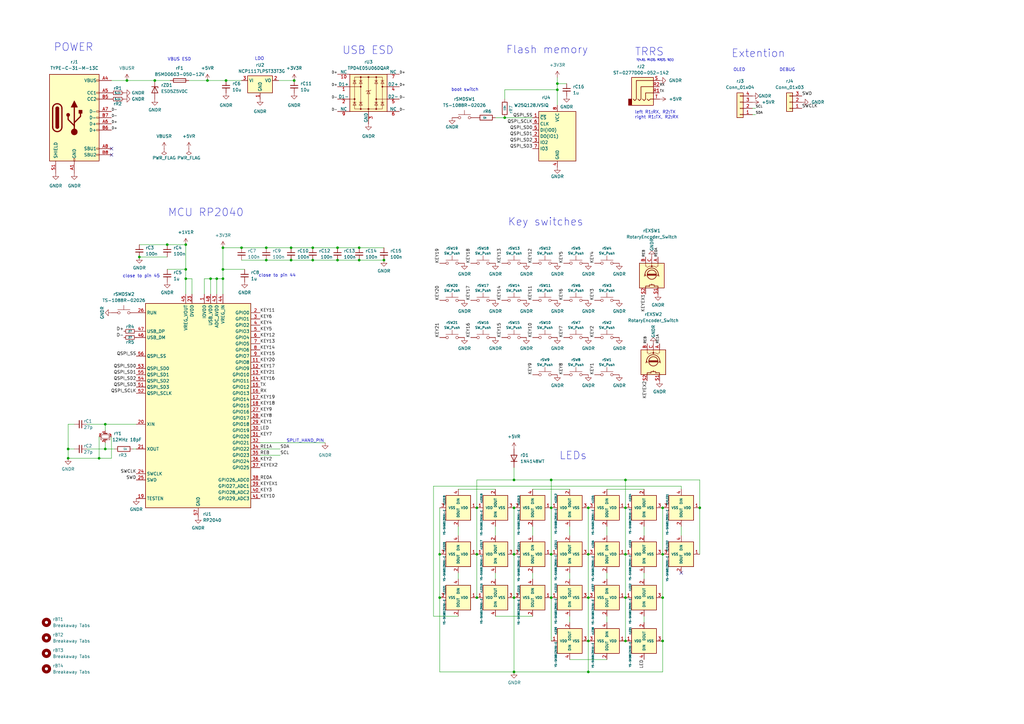
<source format=kicad_sch>
(kicad_sch (version 20230121) (generator eeschema)
  (paper "A3")
  (title_block (title "Corne Right") (date "2023-10-07") (rev "4.0.0") (company "foostan"))
  (junction (at 27.94 184.15))
  (junction (at 228.6 36.83))
  (junction (at 180.34 245.11))
  (junction (at 226.06 227.33))
  (junction (at 210.82 245.11))
  (junction (at 91.44 114.3))
  (junction (at 241.3 227.33))
  (junction (at 256.54 196.85))
  (junction (at 256.54 227.33))
  (junction (at 128.27 101.6))
  (junction (at 40.64 187.96))
  (junction (at 195.58 208.28))
  (junction (at 43.18 184.15))
  (junction (at 226.06 245.11))
  (junction (at 271.78 262.89))
  (junction (at 271.78 245.11))
  (junction (at 256.54 262.89))
  (junction (at 157.48 106.68))
  (junction (at 91.44 110.49))
  (junction (at 76.2 100.33))
  (junction (at 241.3 245.11))
  (junction (at 92.71 33.02))
  (junction (at 228.6 34.29))
  (junction (at 210.82 196.85))
  (junction (at 57.15 105.41))
  (junction (at 27.94 187.96))
  (junction (at 99.06 101.6))
  (junction (at 88.9 114.3))
  (junction (at 138.43 106.68))
  (junction (at 271.78 208.28))
  (junction (at 52.07 33.02))
  (junction (at 226.06 196.85))
  (junction (at 109.22 101.6))
  (junction (at 120.65 33.02))
  (junction (at 210.82 227.33))
  (junction (at 241.3 208.28))
  (junction (at 128.27 106.68))
  (junction (at 207.01 48.26))
  (junction (at 256.54 208.28))
  (junction (at 119.38 106.68))
  (junction (at 86.36 114.3))
  (junction (at 109.22 106.68))
  (junction (at 68.58 100.33))
  (junction (at 76.2 114.3))
  (junction (at 91.44 101.6))
  (junction (at 287.02 208.28))
  (junction (at 241.3 262.89))
  (junction (at 85.09 33.02))
  (junction (at 256.54 245.11))
  (junction (at 210.82 275.59))
  (junction (at 226.06 208.28))
  (junction (at 63.5 33.02))
  (junction (at 241.3 275.59))
  (junction (at 119.38 101.6))
  (junction (at 147.32 101.6))
  (junction (at 43.18 173.99))
  (junction (at 195.58 245.11))
  (junction (at 180.34 227.33))
  (junction (at 147.32 106.68))
  (junction (at 195.58 227.33))
  (junction (at 210.82 208.28))
  (junction (at 271.78 227.33))
  (junction (at 76.2 110.49))
  (junction (at 138.43 101.6))
  (no_connect (at 45.72 63.5))
  (no_connect (at 279.4 234.95))
  (no_connect (at 45.72 60.96))
  (wire (pts (xy 91.44 101.6) (xy 99.06 101.6)))
  (wire (pts (xy 241.3 208.28) (xy 241.3 227.33)))
  (wire (pts (xy 106.68 186.69) (xy 114.935 186.69)))
  (wire (pts (xy 138.43 101.6) (xy 147.32 101.6)))
  (wire (pts (xy 83.82 114.3) (xy 86.36 114.3)))
  (wire (pts (xy 85.09 33.02) (xy 92.71 33.02)))
  (wire (pts (xy 210.82 227.33) (xy 210.82 245.11)))
  (wire (pts (xy 27.94 187.96) (xy 40.64 187.96)))
  (wire (pts (xy 241.3 262.89) (xy 241.3 275.59)))
  (wire (pts (xy 210.82 196.85) (xy 195.58 196.85)))
  (wire (pts (xy 180.34 245.11) (xy 180.34 275.59)))
  (wire (pts (xy 27.94 173.99) (xy 27.94 184.15)))
  (wire (pts (xy 147.32 106.68) (xy 157.48 106.68)))
  (wire (pts (xy 138.43 106.68) (xy 147.32 106.68)))
  (wire (pts (xy 256.54 227.33) (xy 256.54 245.11)))
  (wire (pts (xy 30.48 173.99) (xy 27.94 173.99)))
  (wire (pts (xy 226.06 245.11) (xy 226.06 262.89)))
  (wire (pts (xy 264.16 234.95) (xy 264.16 237.49)))
  (wire (pts (xy 106.68 181.61) (xy 133.35 181.61)))
  (wire (pts (xy 177.8 199.39) (xy 279.4 199.39)))
  (wire (pts (xy 114.3 33.02) (xy 120.65 33.02)))
  (wire (pts (xy 271.78 275.59) (xy 241.3 275.59)))
  (wire (pts (xy 43.18 184.15) (xy 43.18 181.61)))
  (wire (pts (xy 86.36 114.3) (xy 86.36 120.65)))
  (wire (pts (xy 233.68 252.73) (xy 233.68 255.27)))
  (wire (pts (xy 248.92 215.9) (xy 248.92 219.71)))
  (wire (pts (xy 180.34 208.28) (xy 180.34 227.33)))
  (wire (pts (xy 119.38 101.6) (xy 128.27 101.6)))
  (wire (pts (xy 218.44 234.95) (xy 218.44 237.49)))
  (wire (pts (xy 109.22 106.68) (xy 119.38 106.68)))
  (wire (pts (xy 68.58 110.49) (xy 76.2 110.49)))
  (wire (pts (xy 35.56 184.15) (xy 43.18 184.15)))
  (wire (pts (xy 76.2 110.49) (xy 76.2 114.3)))
  (wire (pts (xy 210.82 275.59) (xy 241.3 275.59)))
  (wire (pts (xy 91.44 114.3) (xy 88.9 114.3)))
  (wire (pts (xy 63.5 33.02) (xy 69.85 33.02)))
  (wire (pts (xy 226.06 196.85) (xy 256.54 196.85)))
  (wire (pts (xy 76.2 100.33) (xy 76.2 110.49)))
  (wire (pts (xy 271.78 245.11) (xy 271.78 262.89)))
  (wire (pts (xy 91.44 120.65) (xy 91.44 114.3)))
  (wire (pts (xy 228.6 36.83) (xy 207.01 36.83)))
  (wire (pts (xy 91.44 101.6) (xy 91.44 110.49)))
  (wire (pts (xy 279.4 199.39) (xy 279.4 200.66)))
  (wire (pts (xy 43.18 176.53) (xy 43.18 173.99)))
  (wire (pts (xy 99.06 106.68) (xy 109.22 106.68)))
  (wire (pts (xy 233.68 237.49) (xy 233.68 234.95)))
  (wire (pts (xy 233.68 200.66) (xy 218.44 200.66)))
  (wire (pts (xy 256.54 245.11) (xy 256.54 262.89)))
  (wire (pts (xy 309.88 46.99) (xy 308.61 46.99)))
  (wire (pts (xy 27.94 184.15) (xy 30.48 184.15)))
  (wire (pts (xy 287.02 208.28) (xy 287.02 227.33)))
  (wire (pts (xy 241.3 227.33) (xy 241.3 245.11)))
  (wire (pts (xy 195.58 196.85) (xy 195.58 208.28)))
  (wire (pts (xy 45.72 187.96) (xy 40.64 187.96)))
  (wire (pts (xy 207.01 48.26) (xy 218.44 48.26)))
  (wire (pts (xy 203.2 252.73) (xy 218.44 252.73)))
  (wire (pts (xy 233.68 219.71) (xy 233.68 215.9)))
  (wire (pts (xy 177.8 252.73) (xy 177.8 199.39)))
  (wire (pts (xy 218.44 219.71) (xy 218.44 215.9)))
  (wire (pts (xy 264.16 215.9) (xy 264.16 219.71)))
  (wire (pts (xy 40.64 179.07) (xy 40.64 187.96)))
  (wire (pts (xy 86.36 114.3) (xy 88.9 114.3)))
  (wire (pts (xy 195.58 227.33) (xy 195.58 245.11)))
  (wire (pts (xy 271.78 208.28) (xy 271.78 227.33)))
  (wire (pts (xy 106.68 184.15) (xy 114.935 184.15)))
  (wire (pts (xy 57.15 105.41) (xy 68.58 105.41)))
  (wire (pts (xy 119.38 106.68) (xy 128.27 106.68)))
  (wire (pts (xy 68.58 100.33) (xy 76.2 100.33)))
  (wire (pts (xy 147.32 101.6) (xy 157.48 101.6)))
  (wire (pts (xy 91.44 110.49) (xy 91.44 114.3)))
  (wire (pts (xy 83.82 114.3) (xy 83.82 120.65)))
  (wire (pts (xy 210.82 196.85) (xy 226.06 196.85)))
  (wire (pts (xy 43.18 173.99) (xy 55.88 173.99)))
  (wire (pts (xy 180.34 227.33) (xy 180.34 245.11)))
  (wire (pts (xy 210.82 208.28) (xy 210.82 227.33)))
  (wire (pts (xy 52.07 33.02) (xy 63.5 33.02)))
  (wire (pts (xy 88.9 114.3) (xy 88.9 120.65)))
  (wire (pts (xy 309.88 44.45) (xy 308.61 44.45)))
  (wire (pts (xy 279.4 215.9) (xy 279.4 219.71)))
  (wire (pts (xy 54.61 184.15) (xy 55.88 184.15)))
  (wire (pts (xy 45.72 33.02) (xy 52.07 33.02)))
  (wire (pts (xy 256.54 196.85) (xy 256.54 208.28)))
  (wire (pts (xy 128.27 101.6) (xy 138.43 101.6)))
  (wire (pts (xy 76.2 120.65) (xy 76.2 114.3)))
  (wire (pts (xy 203.2 237.49) (xy 203.2 234.95)))
  (wire (pts (xy 45.72 179.07) (xy 45.72 187.96)))
  (wire (pts (xy 203.2 219.71) (xy 203.2 215.9)))
  (wire (pts (xy 91.44 110.49) (xy 100.33 110.49)))
  (wire (pts (xy 241.3 245.11) (xy 241.3 262.89)))
  (wire (pts (xy 271.78 262.89) (xy 271.78 275.59)))
  (wire (pts (xy 109.22 101.6) (xy 119.38 101.6)))
  (wire (pts (xy 256.54 208.28) (xy 256.54 227.33)))
  (wire (pts (xy 228.6 36.83) (xy 228.6 43.18)))
  (wire (pts (xy 248.92 270.51) (xy 233.68 270.51)))
  (wire (pts (xy 187.96 234.95) (xy 187.96 237.49)))
  (wire (pts (xy 287.02 196.85) (xy 287.02 208.28)))
  (wire (pts (xy 228.6 31.75) (xy 228.6 34.29)))
  (wire (pts (xy 203.2 48.26) (xy 207.01 48.26)))
  (wire (pts (xy 256.54 196.85) (xy 287.02 196.85)))
  (wire (pts (xy 128.27 106.68) (xy 138.43 106.68)))
  (wire (pts (xy 195.58 208.28) (xy 195.58 227.33)))
  (wire (pts (xy 35.56 173.99) (xy 43.18 173.99)))
  (wire (pts (xy 228.6 34.29) (xy 232.41 34.29)))
  (wire (pts (xy 248.92 234.95) (xy 248.92 237.49)))
  (wire (pts (xy 203.2 200.66) (xy 187.96 200.66)))
  (wire (pts (xy 78.74 114.3) (xy 76.2 114.3)))
  (wire (pts (xy 92.71 33.02) (xy 99.06 33.02)))
  (wire (pts (xy 228.6 34.29) (xy 228.6 36.83)))
  (wire (pts (xy 271.78 227.33) (xy 271.78 245.11)))
  (wire (pts (xy 248.92 200.66) (xy 264.16 200.66)))
  (wire (pts (xy 226.06 208.28) (xy 226.06 227.33)))
  (wire (pts (xy 226.06 196.85) (xy 226.06 208.28)))
  (wire (pts (xy 210.82 191.77) (xy 210.82 196.85)))
  (wire (pts (xy 207.01 36.83) (xy 207.01 40.64)))
  (wire (pts (xy 99.06 101.6) (xy 109.22 101.6)))
  (wire (pts (xy 43.18 184.15) (xy 46.99 184.15)))
  (wire (pts (xy 27.94 184.15) (xy 27.94 187.96)))
  (wire (pts (xy 57.15 100.33) (xy 68.58 100.33)))
  (wire (pts (xy 78.74 120.65) (xy 78.74 114.3)))
  (wire (pts (xy 226.06 227.33) (xy 226.06 245.11)))
  (wire (pts (xy 77.47 33.02) (xy 85.09 33.02)))
  (wire (pts (xy 180.34 275.59) (xy 210.82 275.59)))
  (wire (pts (xy 187.96 215.9) (xy 187.96 219.71)))
  (wire (pts (xy 187.96 252.73) (xy 177.8 252.73)))
  (wire (pts (xy 264.16 252.73) (xy 264.16 255.27)))
  (wire (pts (xy 210.82 245.11) (xy 210.82 275.59)))
  (wire (pts (xy 248.92 252.73) (xy 248.92 255.27)))
  (text "USB ESD" (at 140.335 22.606 0) (effects (font (size 3.175 3.175)) (justify left bottom)))
  (text "Flash memory" (at 207.518 22.352 0) (effects (font (size 3.175 3.175)) (justify left bottom)))
  (text "MCU RP2040" (at 68.834 89.154 0) (effects (font (size 3.175 3.175)) (justify left bottom)))
  (text "DEBUG" (at 319.659 29.464 0) (effects (font (size 1.27 1.27)) (justify left bottom)))
  (text "POWER\n" (at 21.971 21.336 0) (effects (font (size 3.175 3.175)) (justify left bottom)))
  (text "boot switch" (at 185.039 37.592 0) (effects (font (size 1.27 1.27)) (justify left bottom)))
  (text "LDO" (at 104.521 24.892 0) (effects (font (size 1.27 1.27)) (justify left bottom)))
  (text "Key switches" (at 208.28 92.964 0) (effects (font (size 3.175 3.175)) (justify left bottom)))
  (text "LEDs" (at 229.362 188.849 0) (effects (font (size 3.175 3.175)) (justify left bottom)))
  (text "Extention" (at 299.974 23.876 0) (effects (font (size 3.175 3.175)) (justify left bottom)))
  (text "TRRS" (at 260.35 23.241 0) (effects (font (size 3.175 3.175)) (justify left bottom)))
  (text "OLED" (at 300.736 29.464 0) (effects (font (size 1.27 1.27)) (justify left bottom)))
  (text "close to pin 45" (at 50.292 114.046 0) (effects (font (size 1.27 1.27)) (justify left bottom)))
  (text "close to pin 44" (at 106.045 113.792 0) (effects (font (size 1.27 1.27)) (justify left bottom)))
  (text "left R1:RX, R2:TX\nright R1:TX, R2:RX" (at 260.35 48.895 0) (effects (font (size 1.27 1.27)) (justify left bottom)))
  (text "SPLIT_HAND_PIN" (at 117.475 181.61 0) (effects (font (size 1.27 1.27)) (justify left bottom)))
  (text "T(4,5), R1(3), R2(2), S(1)\n" (at 260.985 25.146 0) (effects (font (size 0.762 0.762)) (justify left bottom)))
  (text "VBUS ESD" (at 68.707 25.146 0) (effects (font (size 1.27 1.27)) (justify left bottom)))
  (label "QSPI_SCLK" (at 55.88 161.29 180))
  (label "KEYEX2" (at 265.43 156.21 270))
  (label "SWCLK" (at 55.88 194.31 180))
  (label "TX" (at 106.68 158.75 0))
  (label "RX" (at 270.51 35.56 0) (effects (font (size 1 1))))
  (label "SCL" (at 309.88 44.45 0) (effects (font (size 1 1))))
  (label "RE0A" (at 269.875 105.41 90) (effects (font (size 1 1))))
  (label "KEY8" (at 106.68 171.45 0))
  (label "D+" (at 163.83 35.56 0) (effects (font (size 1 1))))
  (label "KEY19" (at 180.34 107.95 90))
  (label "D-" (at 45.72 45.72 0) (effects (font (size 1 1))))
  (label "KEY18" (at 106.68 166.37 0))
  (label "KEY4" (at 243.84 107.95 90))
  (label "KEY6" (at 231.14 123.19 90))
  (label "RE0A" (at 106.68 196.85 0))
  (label "RX" (at 106.68 161.29 0))
  (label "D-" (at 163.83 40.64 0) (effects (font (size 1 1))))
  (label "KEY14" (at 205.74 123.19 90))
  (label "KEY12" (at 218.44 107.95 90))
  (label "KEY20" (at 180.34 123.19 90))
  (label "QSPI_SD3" (at 55.88 158.75 180))
  (label "QSPI_SCLK" (at 218.44 50.8 180))
  (label "KEY16" (at 106.68 156.21 0))
  (label "QSPI_SD1" (at 218.44 55.88 180))
  (label "KEY3" (at 243.84 123.19 90))
  (label "KEY2" (at 243.84 138.43 90))
  (label "D-" (at 45.72 48.26 0) (effects (font (size 1 1))))
  (label "KEY16" (at 193.04 138.43 90))
  (label "KEY15" (at 205.74 138.43 90))
  (label "SWD" (at 55.88 196.85 180))
  (label "KEY11" (at 218.44 123.19 90))
  (label "SDA" (at 114.935 184.15 0))
  (label "KEY9" (at 106.68 168.91 0))
  (label "KEY18" (at 193.04 107.95 90))
  (label "D+" (at 138.43 35.56 180) (effects (font (size 1 1))))
  (label "D-" (at 163.83 45.72 0) (effects (font (size 1 1))))
  (label "QSPI_SD2" (at 218.44 58.42 180))
  (label "KEY17" (at 193.04 123.19 90))
  (label "QSPI_SD2" (at 55.88 156.21 180))
  (label "KEY13" (at 205.74 107.95 90))
  (label "KEY7" (at 106.68 179.07 0))
  (label "D+" (at 45.72 50.8 0) (effects (font (size 1 1))))
  (label "KEY10" (at 218.44 138.43 90))
  (label "KEY9" (at 218.44 153.67 90))
  (label "QSPI_SS" (at 218.44 48.26 180))
  (label "KEY5" (at 106.68 135.89 0))
  (label "REB" (at 106.68 186.69 0))
  (label "KEY1" (at 243.84 153.67 90))
  (label "SCL" (at 114.935 186.69 0))
  (label "KEY19" (at 106.68 163.83 0))
  (label "KEYEX1" (at 264.795 120.65 270))
  (label "KEY2" (at 106.68 189.23 0))
  (label "TX" (at 270.51 38.1 0) (effects (font (size 1 1))))
  (label "KEY12" (at 106.68 138.43 0))
  (label "QSPI_SS" (at 55.88 146.05 180))
  (label "KEY7" (at 231.14 138.43 90))
  (label "KEY4" (at 106.68 133.35 0))
  (label "QSPI_SD0" (at 218.44 53.34 180))
  (label "KEY15" (at 106.68 146.05 0))
  (label "KEY20" (at 106.68 148.59 0))
  (label "D-" (at 50.8 138.43 180))
  (label "SWD" (at 328.93 39.37 0))
  (label "KEY21" (at 180.34 138.43 90))
  (label "REB" (at 265.43 140.97 90) (effects (font (size 1 1))))
  (label "KEY17" (at 106.68 151.13 0))
  (label "RE1A" (at 270.51 140.97 90) (effects (font (size 1 1))))
  (label "KEY14" (at 106.68 143.51 0))
  (label "D+" (at 163.83 30.48 0) (effects (font (size 1 1))))
  (label "KEY1" (at 106.68 173.99 0))
  (label "LED" (at 264.16 270.51 270))
  (label "KEYEX2" (at 106.68 191.77 0))
  (label "REB" (at 264.795 105.41 90) (effects (font (size 1 1))))
  (label "KEY21" (at 106.68 153.67 0))
  (label "D-" (at 138.43 45.72 180) (effects (font (size 1 1))))
  (label "SWCLK" (at 328.93 44.45 0))
  (label "SDA" (at 309.88 46.99 0) (effects (font (size 1 1))))
  (label "KEYEX1" (at 106.68 199.39 0))
  (label "QSPI_SD3" (at 218.44 60.96 180))
  (label "D+" (at 138.43 30.48 180) (effects (font (size 1 1))))
  (label "D+" (at 50.8 135.89 180))
  (label "KEY13" (at 106.68 140.97 0))
  (label "KEY3" (at 106.68 201.93 0))
  (label "D+" (at 45.72 53.34 0) (effects (font (size 1 1))))
  (label "KEY11" (at 106.68 128.27 0))
  (label "KEY5" (at 231.14 107.95 90))
  (label "D-" (at 138.43 40.64 180) (effects (font (size 1 1))))
  (label "KEY10" (at 106.68 204.47 0))
  (label "KEY6" (at 106.68 130.81 0))
  (label "QSPI_SD0" (at 55.88 151.13 180))
  (label "RE1A" (at 106.68 184.15 0))
  (label "LED" (at 106.68 176.53 0))
  (label "KEY8" (at 231.14 153.67 90))
  (label "QSPI_SD1" (at 55.88 153.67 180))
  (symbol (lib_id "kbd:GNDR") (at 328.93 41.91 90) (unit 1)
    (property "Reference" "#PWR039" (effects hide))
    (property "Value" "GNDR" (at 332.74 41.91 90) (effects (justify right)))
    (instances (project "corne" (path "" (reference "#PWR039") (unit 1)) (path "" (reference "#PWR062") (unit 1)) (path "" (reference "#PWR0118") (unit 1))))
  )
  (symbol (lib_id "kbd_local:YS-SK6812MINI-E") (at 233.68 245.11 90) (unit 1)
    (property "Reference" "rLED10" (at 227.965 243.205 0) (effects (font (size 0.7366 0.7366)) (justify left)))
    (property "Value" "YS-SK6812MINI-E" (at 227.965 255.905 0) (effects (font (size 0.7366 0.7366)) (justify left)))
    (property "Footprint" "kbd_local:YS-SK6812MINI-E" (effects hide))
  )
  (symbol (lib_id "Device:C_Small") (at 33.02 184.15 270) (unit 1)
    (property "Reference" "rC2" (at 34.29 182.88 90) (effects (justify left)))
    (property "Value" "27p" (at 34.29 185.42 90) (effects (justify left)))
    (property "Footprint" "Capacitor_SMD:C_0402_1005Metric" (effects hide))
  )
  (symbol (lib_id "kbd:+3V3R") (at 120.65 33.02 0) (unit 1)
    (property "Reference" "#PWR070" (effects hide))
    (property "Value" "+3V3R" (at 120.65 27.94 0))
  )
  (symbol (lib_id "kbd:GNDR") (at 63.5 40.64 0) (unit 1)
    (property "Reference" "#PWR010" (effects hide))
    (property "Value" "GNDR" (at 63.5 45.085 0))
    (instances (project "corne" (path "" (reference "#PWR010") (unit 1)) (path "" (reference "#PWR010") (unit 1)) (path "" (reference "#PWR0152") (unit 1))))
  )
  (symbol (lib_id "kbd:GNDR") (at 241.3 123.19 0) (unit 1)
    (property "Reference" "#PWR049" (effects hide))
    (property "Value" "GNDR" (at 241.3 127.635 0))
    (instances (project "corne" (path "" (reference "#PWR049") (unit 1)) (path "" (reference "#PWR047") (unit 1)) (path "" (reference "#PWR0126") (unit 1))))
  )
  (symbol (lib_id "Switch:SW_Push") (at 236.22 123.19 0) (unit 1)
    (property "Reference" "rSW6" (at 236.22 117.094 0) (effects (font (size 1 1))))
    (property "Value" "SW_Push" (at 236.22 119.126 0) (effects (font (size 1 1))))
    (property "Footprint" "kbd:keyswitch_cherrymx_hotswap_1u" (effects hide))
  )
  (symbol (lib_name "SW_Push_1") (lib_id "Switch:SW_Push") (at 248.92 107.95 0) (unit 1)
    (property "Reference" "rSW4" (at 248.92 101.854 0) (effects (font (size 1 1))))
    (property "Value" "SW_Push" (at 248.92 103.886 0) (effects (font (size 1 1))))
    (property "Footprint" "kbd:keyswitch_cherrymx_hotswap_1u" (effects hide))
  )
  (symbol (lib_id "kbd:GNDR") (at 215.9 107.95 0) (unit 1)
    (property "Reference" "#PWR044" (effects hide))
    (property "Value" "GNDR" (at 215.9 112.395 0))
    (instances (project "corne" (path "" (reference "#PWR044") (unit 1)) (path "" (reference "#PWR036") (unit 1)) (path "" (reference "#PWR0104") (unit 1))))
  )
  (symbol (lib_id "kbd:GNDR") (at 241.3 153.67 0) (unit 1)
    (property "Reference" "#PWR061" (effects hide))
    (property "Value" "GNDR" (at 241.3 158.115 0))
    (instances (project "corne" (path "" (reference "#PWR061") (unit 1)) (path "" (reference "#PWR049") (unit 1)) (path "" (reference "#PWR0129") (unit 1))))
  )
  (symbol (lib_id "Regulator_Linear:NCP1117-3.3_SOT223") (at 106.68 33.02 0) (unit 1)
    (property "Reference" "rU2" (at 106.68 26.67 0))
    (property "Value" "NCP1117LPST33T3G" (at 107.315 29.21 0))
    (property "Footprint" "Package_TO_SOT_SMD:SOT-223-3_TabPin2" (effects hide))
    (property "Datasheet" "http://www.onsemi.com/pub_link/Collateral/NCP1117-D.PDF" (effects hide))
    (property "JLCPCB Part #" "C146799" (effects hide))
  )
  (symbol (lib_id "kbd_local:YS-SK6812MINI-E") (at 248.92 208.28 270) (unit 1)
    (property "Reference" "rLED5" (at 243.205 203.2 0) (effects (font (size 0.7366 0.7366)) (justify left)))
    (property "Value" "YS-SK6812MINI-E" (at 243.205 208.915 0) (effects (font (size 0.7366 0.7366)) (justify left)))
    (property "Footprint" "kbd_local:YS-SK6812MINI-E" (effects hide))
  )
  (symbol (lib_id "kbd_local:VBUSR") (at 67.31 60.96 0) (unit 1)
    (property "Reference" "#PWR065" (effects hide))
    (property "Value" "VBUSR" (at 67.31 55.88 0))
  )
  (symbol (lib_id "kbd:GNDR") (at 267.97 140.97 180) (unit 1)
    (property "Reference" "#PWR036" (effects hide))
    (property "Value" "GNDR" (at 267.97 135.89 90))
    (instances (project "corne" (path "" (reference "#PWR036") (unit 1)) (path "" (reference "#PWR055") (unit 1)) (path "" (reference "#PWR0107") (unit 1))))
  )
  (symbol (lib_id "Device:Fuse") (at 73.66 33.02 90) (unit 1)
    (property "Reference" "rF1" (at 73.66 27.94 90))
    (property "Value" "BSMD0603-050-12V" (at 73.66 30.48 90))
    (property "Footprint" "Fuse:Fuse_0603_1608Metric" (effects hide))
    (property "Description" "12V 500mA 40A 1A 0603 Resettable Fuses ROHS" (effects hide))
    (property "JLCPCB Part #" "C2844464" (effects hide))
  )
  (symbol (lib_id "kbd:GNDR") (at 215.9 123.19 0) (unit 1)
    (property "Reference" "#PWR051" (effects hide))
    (property "Value" "GNDR" (at 215.9 127.635 0))
    (instances (project "corne" (path "" (reference "#PWR051") (unit 1)) (path "" (reference "#PWR037") (unit 1)) (path "" (reference "#PWR0123") (unit 1))))
  )
  (symbol (lib_id "Connector:USB_C_Receptacle_USB2.0") (at 30.48 48.26 0) (unit 1)
    (property "Reference" "rJ1" (at 30.48 25.4 0))
    (property "Value" "TYPE-C-31-M-13C" (at 30.48 27.94 0))
    (property "Footprint" "kbd_local:TYPE-C-31-M-13C" (effects hide))
    (property "Datasheet" "https://www.usb.org/sites/default/files/documents/usb_type-c.zip" (effects hide))
    (property "JLCPCB Part #" "C2848620" (effects hide))
  )
  (symbol (lib_id "kbd:GNDR") (at 22.86 71.12 0) (unit 1)
    (property "Reference" "#PWR01" (effects hide))
    (property "Value" "GNDR" (at 22.86 76.2 0))
    (instances (project "corne" (path "" (reference "#PWR01") (unit 1)) (path "" (reference "#PWR01") (unit 1)) (path "" (reference "#PWR0155") (unit 1))))
  )
  (symbol (lib_id "kbd:GNDR") (at 81.28 212.09 0) (unit 1)
    (property "Reference" "#PWR015" (effects hide))
    (property "Value" "GNDR" (at 81.28 216.535 0))
    (instances (project "corne" (path "" (reference "#PWR015") (unit 1)) (path "" (reference "#PWR015") (unit 1)) (path "" (reference "#PWR0146") (unit 1))))
  )
  (symbol (lib_id "Device:RotaryEncoder_Switch") (at 267.97 148.59 270) (unit 1)
    (property "Reference" "rEXSW2" (at 267.97 128.905 90))
    (property "Value" "RotaryEncoder_Switch" (at 267.97 131.445 90))
    (property "Footprint" "kbd_local:keyswitch_cherrymx_hotswap_1u_rotary_encoder_ec12" (effects hide))
  )
  (symbol (lib_id "kbd:GNDR") (at 50.8 40.64 90) (unit 1)
    (property "Reference" "#PWR06" (effects hide))
    (property "Value" "GNDR" (at 53.975 40.64 90) (effects (justify right)))
    (instances (project "corne" (path "" (reference "#PWR06") (unit 1)) (path "" (reference "#PWR06") (unit 1)) (path "" (reference "#PWR0151") (unit 1))))
  )
  (symbol (lib_id "Switch:SW_Push") (at 236.22 107.95 0) (unit 1)
    (property "Reference" "rSW5" (at 236.22 101.854 0) (effects (font (size 1 1))))
    (property "Value" "SW_Push" (at 236.22 103.886 0) (effects (font (size 1 1))))
    (property "Footprint" "kbd:keyswitch_cherrymx_hotswap_1u" (effects hide))
  )
  (symbol (lib_id "kbd:GNDR") (at 190.5 107.95 0) (unit 1)
    (property "Reference" "#PWR042" (effects hide))
    (property "Value" "GNDR" (at 190.5 112.395 0))
    (instances (project "corne" (path "" (reference "#PWR042") (unit 1)) (path "" (reference "#PWR028") (unit 1)) (path "" (reference "#PWR0112") (unit 1))))
  )
  (symbol (lib_id "kbd_local:YS-SK6812MINI-E") (at 203.2 208.28 90) (unit 1)
    (property "Reference" "rLED18" (at 197.485 206.375 0) (effects (font (size 0.7366 0.7366)) (justify left)))
    (property "Value" "YS-SK6812MINI-E" (at 197.485 219.71 0) (effects (font (size 0.7366 0.7366)) (justify left)))
    (property "Footprint" "kbd_local:YS-SK6812MINI-E" (effects hide))
  )
  (symbol (lib_id "Switch:SW_Push") (at 198.12 138.43 0) (unit 1)
    (property "Reference" "rSW16" (at 198.12 132.334 0) (effects (font (size 1 1))))
    (property "Value" "SW_Push" (at 198.12 134.366 0) (effects (font (size 1 1))))
    (property "Footprint" "kbd:keyswitch_cherrymx_hotswap_1u" (effects hide))
  )
  (symbol (lib_id "kbd:+5VR") (at 210.82 184.15 0) (unit 1)
    (property "Reference" "#PWR069" (effects hide))
    (property "Value" "+5VR" (at 210.82 179.07 0))
  )
  (symbol (lib_id "kbd_local:YS-SK6812MINI-E") (at 233.68 227.33 90) (unit 1)
    (property "Reference" "rLED11" (at 227.965 225.425 0) (effects (font (size 0.7366 0.7366)) (justify left)))
    (property "Value" "YS-SK6812MINI-E" (at 227.965 238.125 0) (effects (font (size 0.7366 0.7366)) (justify left)))
    (property "Footprint" "kbd_local:YS-SK6812MINI-E" (effects hide))
  )
  (symbol (lib_id "kbd:GNDR") (at 254 138.43 0) (unit 1)
    (property "Reference" "#PWR054" (effects hide))
    (property "Value" "GNDR" (at 254 142.875 0))
    (instances (project "corne" (path "" (reference "#PWR054") (unit 1)) (path "" (reference "#PWR052") (unit 1)) (path "" (reference "#PWR0127") (unit 1))))
  )
  (symbol (lib_id "kbd:GNDR") (at 151.13 50.8 0) (unit 1)
    (property "Reference" "#PWR025" (effects hide))
    (property "Value" "GNDR" (at 151.13 55.88 0))
    (instances (project "corne" (path "" (reference "#PWR025") (unit 1)) (path "" (reference "#PWR025") (unit 1)) (path "" (reference "#PWR0134") (unit 1))))
  )
  (symbol (lib_id "kbd:GNDR") (at 269.875 120.65 0) (unit 1)
    (property "Reference" "#PWR063" (effects hide))
    (property "Value" "GNDR" (at 269.875 125.095 0))
    (instances (project "corne" (path "" (reference "#PWR063") (unit 1)) (path "" (reference "#PWR056") (unit 1)) (path "" (reference "#PWR063") (unit 1))))
  )
  (symbol (lib_id "Switch:SW_Push") (at 210.82 138.43 0) (unit 1)
    (property "Reference" "rSW15" (at 210.82 132.334 0) (effects (font (size 1 1))))
    (property "Value" "SW_Push" (at 210.82 134.366 0) (effects (font (size 1 1))))
    (property "Footprint" "kbd:keyswitch_cherrymx_hotswap_1u" (effects hide))
  )
  (symbol (lib_id "Device:R_Small") (at 48.26 40.64 270) (unit 1)
    (property "Reference" "rR2" (at 48.26 42.545 90))
    (property "Value" "5.1k" (at 48.26 40.64 90) (effects (font (size 0.762 0.762))))
    (property "Footprint" "Resistor_SMD:R_0402_1005Metric" (effects hide))
  )
  (symbol (lib_id "Diode:1N4148WT") (at 210.82 187.96 90) (unit 1)
    (property "Reference" "rD1" (at 213.36 186.69 90) (effects (justify right)))
    (property "Value" "1N4148WT" (at 213.36 189.23 90) (effects (justify right)))
    (property "Footprint" "Diode_SMD:D_SOD-523" (effects hide))
    (property "Datasheet" "https://www.diodes.com/assets/Datasheets/ds30396.pdf" (effects hide))
    (property "JLCPCB Part #" "C232841" (effects hide))
  )
  (symbol (lib_id "Device:Crystal_GND24_Small") (at 43.18 179.07 270) (unit 1)
    (property "Reference" "rY1" (at 48.26 177.8 90))
    (property "Value" "12MHz 18pF" (at 52.07 180.34 90))
    (property "Footprint" "Crystal:Crystal_SMD_3225-4Pin_3.2x2.5mm" (effects hide))
    (property "Description" "12MHz 18pF ±20ppm SMD3225-4P Crystals ROHS" (effects hide))
    (property "MFR.Part #" "Q22FA23V0041800" (effects hide))
    (property "JLCPCB Part #" "C91749" (effects hide))
  )
  (symbol (lib_id "kbd_local:YS-SK6812MINI-E") (at 248.92 245.11 270) (unit 1)
    (property "Reference" "rLED7" (at 243.205 239.395 0) (effects (font (size 0.7366 0.7366)) (justify left)))
    (property "Value" "YS-SK6812MINI-E" (at 243.205 245.745 0) (effects (font (size 0.7366 0.7366)) (justify left)))
    (property "Footprint" "kbd_local:YS-SK6812MINI-E" (effects hide))
  )
  (symbol (lib_id "Switch:SW_Push") (at 248.92 153.67 0) (unit 1)
    (property "Reference" "rSW1" (at 248.92 147.574 0) (effects (font (size 1 1))))
    (property "Value" "SW_Push" (at 248.92 149.606 0) (effects (font (size 1 1))))
    (property "Footprint" "kbd:keyswitch_cherrymx_hotswap_1.5u" (effects hide))
  )
  (symbol (lib_id "kbd:GNDR") (at 215.9 138.43 0) (unit 1)
    (property "Reference" "#PWR057" (effects hide))
    (property "Value" "GNDR" (at 215.9 142.875 0))
    (instances (project "corne" (path "" (reference "#PWR057") (unit 1)) (path "" (reference "#PWR038") (unit 1)) (path "" (reference "#PWR0131") (unit 1))))
  )
  (symbol (lib_id "kbd:GNDR") (at 185.42 48.26 0) (unit 1)
    (property "Reference" "#PWR027" (effects hide))
    (property "Value" "GNDR" (at 185.42 52.07 0))
    (instances (project "corne" (path "" (reference "#PWR027") (unit 1)) (path "" (reference "#PWR027") (unit 1)) (path "" (reference "#PWR0138") (unit 1))))
  )
  (symbol (lib_id "Mechanical:MountingHole") (at 19.05 274.32 0) (unit 1)
    (property "Reference" "rBT4" (at 21.59 273.05 0) (effects (justify left)))
    (property "Value" "Breakaway Tabs" (at 21.59 275.59 0) (effects (justify left)))
    (property "Footprint" "kbd_local:Breakaway_Tabs" (effects hide))
  )
  (symbol (lib_id "Device:C_Small") (at 57.15 102.87 0) (unit 1)
    (property "Reference" "rC3" (at 59.69 101.6 0) (effects (justify left)))
    (property "Value" "100n" (at 59.69 104.14 0) (effects (justify left)))
    (property "Footprint" "Capacitor_SMD:C_0402_1005Metric" (effects hide))
  )
  (symbol (lib_id "Diode:ESD5Zxx") (at 63.5 36.83 270) (unit 1)
    (property "Reference" "rZD1" (at 66.04 34.925 90) (effects (justify left)))
    (property "Value" "ESD5Z5V0C" (at 66.04 37.465 90) (effects (justify left)))
    (property "Footprint" "Diode_SMD:D_SOD-523" (effects hide))
    (property "Datasheet" "https://www.onsemi.com/pdf/datasheet/esd5z2.5t1-d.pdf" (effects hide))
    (property "JLCPCB Part #" "C2901325" (effects hide))
  )
  (symbol (lib_id "kbd_local:VBUSR") (at 52.07 33.02 0) (unit 1)
    (property "Reference" "#PWR066" (effects hide))
    (property "Value" "VBUSR" (at 52.07 27.94 0))
  )
  (symbol (lib_id "kbd_local:YS-SK6812MINI-E") (at 248.92 262.89 270) (unit 1)
    (property "Reference" "rLED8" (at 243.205 257.175 0) (effects (font (size 0.7366 0.7366)) (justify left)))
    (property "Value" "YS-SK6812MINI-E" (at 243.205 263.525 0) (effects (font (size 0.7366 0.7366)) (justify left)))
    (property "Footprint" "kbd_local:YS-SK6812MINI-E" (effects hide))
  )
  (symbol (lib_id "kbd:GNDR") (at 55.88 204.47 0) (unit 1)
    (property "Reference" "#PWR08" (effects hide))
    (property "Value" "GNDR" (at 55.88 208.915 0))
    (instances (project "corne" (path "" (reference "#PWR08") (unit 1)) (path "" (reference "#PWR08") (unit 1)) (path "" (reference "#PWR0147") (unit 1))))
  )
  (symbol (lib_id "Device:C_Small") (at 68.58 102.87 0) (unit 1)
    (property "Reference" "rC4" (at 71.12 101.6 0) (effects (justify left)))
    (property "Value" "100n" (at 71.12 104.14 0) (effects (justify left)))
    (property "Footprint" "Capacitor_SMD:C_0402_1005Metric" (effects hide))
  )
  (symbol (lib_id "kbd:GNDR") (at 241.3 138.43 0) (unit 1)
    (property "Reference" "#PWR055" (effects hide))
    (property "Value" "GNDR" (at 241.3 142.875 0))
    (instances (project "corne" (path "" (reference "#PWR055") (unit 1)) (path "" (reference "#PWR048") (unit 1)) (path "" (reference "#PWR0128") (unit 1))))
  )
  (symbol (lib_id "kbd_local:YS-SK6812MINI-E") (at 233.68 208.28 90) (unit 1)
    (property "Reference" "rLED12" (at 227.965 206.375 0) (effects (font (size 0.7366 0.7366)) (justify left)))
    (property "Value" "YS-SK6812MINI-E" (at 227.965 219.075 0) (effects (font (size 0.7366 0.7366)) (justify left)))
    (property "Footprint" "kbd_local:YS-SK6812MINI-E" (effects hide))
  )
  (symbol (lib_id "kbd_local:YS-SK6812MINI-E") (at 264.16 208.28 90) (unit 1)
    (property "Reference" "rLED4" (at 258.445 205.74 0) (effects (font (size 0.7366 0.7366)) (justify left)))
    (property "Value" "YS-SK6812MINI-E" (at 258.445 219.075 0) (effects (font (size 0.7366 0.7366)) (justify left)))
    (property "Footprint" "kbd_local:YS-SK6812MINI-E" (effects hide))
  )
  (symbol (lib_id "kbd:GNDR") (at 254 123.19 0) (unit 1)
    (property "Reference" "#PWR048" (effects hide))
    (property "Value" "GNDR" (at 254 127.635 0))
    (instances (project "corne" (path "" (reference "#PWR048") (unit 1)) (path "" (reference "#PWR051") (unit 1)) (path "" (reference "#PWR0125") (unit 1))))
  )
  (symbol (lib_id "Device:C_Small") (at 100.33 113.03 0) (unit 1)
    (property "Reference" "rC8" (at 102.87 111.76 0) (effects (justify left)))
    (property "Value" "1u" (at 102.87 114.3 0) (effects (justify left)))
    (property "Footprint" "Capacitor_SMD:C_0402_1005Metric" (effects hide))
  )
  (symbol (lib_id "Switch:SW_Push") (at 198.12 123.19 0) (unit 1)
    (property "Reference" "rSW17" (at 198.12 117.094 0) (effects (font (size 1 1))))
    (property "Value" "SW_Push" (at 198.12 119.126 0) (effects (font (size 1 1))))
    (property "Footprint" "kbd:keyswitch_cherrymx_hotswap_1u" (effects hide))
  )
  (symbol (lib_id "Device:C_Small") (at 128.27 104.14 0) (unit 1)
    (property "Reference" "rC12" (at 130.81 102.87 0) (effects (justify left)))
    (property "Value" "100n" (at 131.445 105.41 0) (effects (justify left)))
    (property "Footprint" "Capacitor_SMD:C_0402_1005Metric" (effects hide))
  )
  (symbol (lib_id "Switch:SW_Push") (at 185.42 138.43 0) (unit 1)
    (property "Reference" "rSW21" (at 185.42 132.334 0) (effects (font (size 1 1))))
    (property "Value" "SW_Push" (at 185.42 134.366 0) (effects (font (size 1 1))))
    (property "Footprint" "kbd:keyswitch_cherrymx_hotswap_1u" (effects hide))
  )
  (symbol (lib_id "kbd:GNDR") (at 57.15 105.41 0) (unit 1)
    (property "Reference" "#PWR09" (effects hide))
    (property "Value" "GNDR" (at 57.15 109.855 0))
    (instances (project "corne" (path "" (reference "#PWR09") (unit 1)) (path "" (reference "#PWR09") (unit 1)) (path "" (reference "#PWR0139") (unit 1))))
  )
  (symbol (lib_id "kbd:GNDR") (at 106.68 40.64 0) (unit 1)
    (property "Reference" "#PWR021" (effects hide))
    (property "Value" "GNDR" (at 106.68 45.72 0))
    (instances (project "corne" (path "" (reference "#PWR021") (unit 1)) (path "" (reference "#PWR021") (unit 1)) (path "" (reference "#PWR0159") (unit 1))))
  )
  (symbol (lib_id "kbd:GNDR") (at 210.82 275.59 0) (unit 1)
    (property "Reference" "#PWR029" (effects hide))
    (property "Value" "GNDR" (at 210.947 279.9842 0))
    (instances (project "corne" (path "" (reference "#PWR029") (unit 1)) (path "" (reference "#PWR035") (unit 1)) (path "" (reference "#PWR0101") (unit 1))))
  )
  (symbol (lib_id "kbd:+1V1R") (at 76.2 100.33 0) (unit 1)
    (property "Reference" "#PWR073" (effects hide))
    (property "Value" "+1V1R" (at 76.2 95.25 0))
  )
  (symbol (lib_id "kbd:GNDR") (at 270.51 33.02 90) (unit 1)
    (property "Reference" "#PWR033" (effects hide))
    (property "Value" "GNDR" (at 274.32 33.02 90) (effects (justify right)))
    (instances (project "corne" (path "" (reference "#PWR033") (unit 1)) (path "" (reference "#PWR057") (unit 1)) (path "" (reference "#PWR0115") (unit 1))))
  )
  (symbol (lib_id "kbd:+5VR") (at 85.09 33.02 0) (unit 1)
    (property "Reference" "#PWR068" (effects hide))
    (property "Value" "+5VR" (at 85.09 27.94 0))
  )
  (symbol (lib_id "kbd:GNDR") (at 254 107.95 0) (unit 1)
    (property "Reference" "#PWR047" (effects hide))
    (property "Value" "GNDR" (at 254 112.395 0))
    (instances (project "corne" (path "" (reference "#PWR047") (unit 1)) (path "" (reference "#PWR050") (unit 1)) (path "" (reference "#PWR0102") (unit 1))))
  )
  (symbol (lib_id "Switch:SW_Push") (at 223.52 153.67 0) (unit 1)
    (property "Reference" "rSW9" (at 223.52 147.574 0) (effects (font (size 1 1))))
    (property "Value" "SW_Push" (at 223.52 149.606 0) (effects (font (size 1 1))))
    (property "Footprint" "kbd:keyswitch_cherrymx_hotswap_1u" (effects hide))
  )
  (symbol (lib_id "Device:C_Small") (at 119.38 104.14 0) (unit 1)
    (property "Reference" "rC10" (at 121.92 102.87 0) (effects (justify left)))
    (property "Value" "100n" (at 121.92 105.41 0) (effects (justify left)))
    (property "Footprint" "Capacitor_SMD:C_0402_1005Metric" (effects hide))
  )
  (symbol (lib_id "Switch:SW_Push") (at 185.42 107.95 0) (unit 1)
    (property "Reference" "rSW19" (at 185.42 101.854 0) (effects (font (size 1 1))))
    (property "Value" "SW_Push" (at 185.42 103.886 0) (effects (font (size 1 1))))
    (property "Footprint" "kbd:keyswitch_cherrymx_hotswap_1u" (effects hide))
  )
  (symbol (lib_id "Power_Protection:TPD4EUSB30") (at 151.13 38.1 0) (unit 1)
    (property "Reference" "rU3" (at 151.13 25.4 0))
    (property "Value" "TPD4E05U06DQAR" (at 151.13 27.94 0))
    (property "Footprint" "Package_SON:USON-10_2.5x1.0mm_P0.5mm" (effects hide))
    (property "Datasheet" "http://www.ti.com/lit/ds/symlink/tpd2eusb30a.pdf" (effects hide))
    (property "JLCPCB Part #" "C138714" (effects hide))
  )
  (symbol (lib_id "Device:C_Small") (at 33.02 173.99 270) (unit 1)
    (property "Reference" "rC1" (at 34.29 172.72 90) (effects (justify left)))
    (property "Value" "27p" (at 34.29 175.26 90) (effects (justify left)))
    (property "Footprint" "Capacitor_SMD:C_0402_1005Metric" (effects hide))
  )
  (symbol (lib_id "kbd:GNDR") (at 30.48 71.12 0) (unit 1)
    (property "Reference" "#PWR03" (effects hide))
    (property "Value" "GNDR" (at 30.48 76.2 0))
    (instances (project "corne" (path "" (reference "#PWR03") (unit 1)) (path "" (reference "#PWR03") (unit 1)) (path "" (reference "#PWR0156") (unit 1))))
  )
  (symbol (lib_id "Device:RotaryEncoder_Switch") (at 267.335 113.03 270) (unit 1)
    (property "Reference" "rEXSW1" (at 267.335 94.615 90))
    (property "Value" "RotaryEncoder_Switch" (at 267.335 97.155 90))
    (property "Footprint" "kbd_local:keyswitch_cherrymx_hotswap_1u_rotary_encoder_ec12" (effects hide))
  )
  (symbol (lib_id "Switch:SW_Push") (at 248.92 138.43 0) (unit 1)
    (property "Reference" "rSW2" (at 248.92 132.334 0) (effects (font (size 1 1))))
    (property "Value" "SW_Push" (at 248.92 134.366 0) (effects (font (size 1 1))))
    (property "Footprint" "kbd:keyswitch_cherrymx_hotswap_1u" (effects hide))
  )
  (symbol (lib_id "kbd:+5VR") (at 308.61 41.91 270) (unit 1)
    (property "Reference" "#PWR075" (effects hide))
    (property "Value" "+5VR" (at 312.42 41.91 90) (effects (justify left)))
  )
  (symbol (lib_id "Device:C_Small") (at 92.71 35.56 0) (unit 1)
    (property "Reference" "rC6" (at 95.25 34.29 0) (effects (justify left)))
    (property "Value" "10u" (at 95.25 36.83 0) (effects (justify left)))
    (property "Footprint" "Capacitor_SMD:C_0402_1005Metric" (effects hide))
  )
  (symbol (lib_id "kbd:GNDR") (at 308.61 39.37 90) (unit 1)
    (property "Reference" "#PWR037" (effects hide))
    (property "Value" "GNDR" (at 313.69 39.37 90))
    (instances (project "corne" (path "" (reference "#PWR037") (unit 1)) (path "" (reference "#PWR060") (unit 1)) (path "" (reference "#PWR0117") (unit 1))))
  )
  (symbol (lib_id "Switch:SW_Push") (at 210.82 107.95 0) (unit 1)
    (property "Reference" "rSW13" (at 210.82 101.854 0) (effects (font (size 1 1))))
    (property "Value" "SW_Push" (at 210.82 103.886 0) (effects (font (size 1 1))))
    (property "Footprint" "kbd:keyswitch_cherrymx_hotswap_1u" (effects hide))
  )
  (symbol (lib_id "kbd:GNDR") (at 120.65 38.1 0) (unit 1)
    (property "Reference" "#PWR024" (effects hide))
    (property "Value" "GNDR" (at 120.65 43.18 0))
    (instances (project "corne" (path "" (reference "#PWR024") (unit 1)) (path "" (reference "#PWR024") (unit 1)) (path "" (reference "#PWR0136") (unit 1))))
  )
  (symbol (lib_id "Device:R") (at 50.8 184.15 90) (unit 1)
    (property "Reference" "rR3" (at 52.07 186.69 90) (effects (justify left)))
    (property "Value" "1k" (at 52.07 184.15 90) (effects (font (size 0.762 0.762)) (justify left)))
    (property "Footprint" "Resistor_SMD:R_0402_1005Metric" (effects hide))
  )
  (symbol (lib_id "kbd_local:YS-SK6812MINI-E") (at 279.4 208.28 270) (unit 1)
    (property "Reference" "rEXLED1" (at 273.685 202.565 0) (effects (font (size 0.7366 0.7366)) (justify left)))
    (property "Value" "YS-SK6812MINI-E" (at 273.685 208.915 0) (effects (font (size 0.7366 0.7366)) (justify left)))
    (property "Footprint" "kbd_local:YS-SK6812MINI-E" (effects hide))
  )
  (symbol (lib_id "kbd:+5VR") (at 270.51 40.64 270) (unit 1)
    (property "Reference" "#PWR074" (effects hide))
    (property "Value" "+5VR" (at 274.32 40.64 90) (effects (justify left)))
  )
  (symbol (lib_id "Device:R") (at 207.01 44.45 180) (unit 1)
    (property "Reference" "rR7" (at 209.55 43.18 90) (effects (justify left)))
    (property "Value" "10k" (at 207.01 43.18 90) (effects (font (size 0.762 0.762)) (justify left)))
    (property "Footprint" "Resistor_SMD:R_0402_1005Metric" (effects hide))
  )
  (symbol (lib_id "kbd_local:YS-SK6812MINI-E") (at 233.68 262.89 90) (unit 1)
    (property "Reference" "rLED9" (at 227.965 260.35 0) (effects (font (size 0.7366 0.7366)) (justify left)))
    (property "Value" "YS-SK6812MINI-E" (at 227.965 273.685 0) (effects (font (size 0.7366 0.7366)) (justify left)))
    (property "Footprint" "kbd_local:YS-SK6812MINI-E" (effects hide))
  )
  (symbol (lib_id "kbd_local:YS-SK6812MINI-E") (at 187.96 245.11 270) (unit 1)
    (property "Reference" "rLED21" (at 182.245 240.03 0) (effects (font (size 0.7366 0.7366)) (justify left)))
    (property "Value" "YS-SK6812MINI-E" (at 182.245 245.745 0) (effects (font (size 0.7366 0.7366)) (justify left)))
    (property "Footprint" "kbd_local:YS-SK6812MINI-E" (effects hide))
  )
  (symbol (lib_id "Switch:SW_Push") (at 236.22 138.43 0) (unit 1)
    (property "Reference" "rSW7" (at 236.22 132.334 0) (effects (font (size 1 1))))
    (property "Value" "SW_Push" (at 236.22 134.366 0) (effects (font (size 1 1))))
    (property "Footprint" "kbd:keyswitch_cherrymx_hotswap_1u" (effects hide))
  )
  (symbol (lib_id "kbd:GNDR") (at 203.2 107.95 0) (unit 1)
    (property "Reference" "#PWR043" (effects hide))
    (property "Value" "GNDR" (at 203.2 112.395 0))
    (instances (project "corne" (path "" (reference "#PWR043") (unit 1)) (path "" (reference "#PWR031") (unit 1)) (path "" (reference "#PWR0113") (unit 1))))
  )
  (symbol (lib_id "kbd:GNDR") (at 45.72 128.27 270) (unit 1)
    (property "Reference" "#PWR04" (effects hide))
    (property "Value" "GNDR" (at 41.91 128.27 0))
    (instances (project "corne" (path "" (reference "#PWR04") (unit 1)) (path "" (reference "#PWR04") (unit 1)) (path "" (reference "#PWR0149") (unit 1))))
  )
  (symbol (lib_id "Switch:SW_Push") (at 50.8 128.27 0) (unit 1)
    (property "Reference" "rSMDSW2" (at 50.8 120.65 0))
    (property "Value" "TS-1088R-02026" (at 50.8 123.19 0))
    (property "Footprint" "kbd_local:TS-1088R-02026" (effects hide))
    (property "JLCPCB Part #" "C455280" (effects hide))
  )
  (symbol (lib_id "Switch:SW_Push") (at 210.82 123.19 0) (unit 1)
    (property "Reference" "rSW14" (at 210.82 117.094 0) (effects (font (size 1 1))))
    (property "Value" "SW_Push" (at 210.82 119.126 0) (effects (font (size 1 1))))
    (property "Footprint" "kbd:keyswitch_cherrymx_hotswap_1u" (effects hide))
  )
  (symbol (lib_id "kbd:+3V3R") (at 91.44 101.6 0) (unit 1)
    (property "Reference" "#PWR072" (effects hide))
    (property "Value" "+3V3R" (at 91.44 96.52 0))
  )
  (symbol (lib_id "kbd_local:YS-SK6812MINI-E") (at 264.16 245.11 90) (unit 1)
    (property "Reference" "rLED2" (at 258.445 242.57 0) (effects (font (size 0.7366 0.7366)) (justify left)))
    (property "Value" "YS-SK6812MINI-E" (at 258.445 255.905 0) (effects (font (size 0.7366 0.7366)) (justify left)))
    (property "Footprint" "kbd_local:YS-SK6812MINI-E" (effects hide))
  )
  (symbol (lib_id "Device:C_Small") (at 99.06 104.14 0) (unit 1)
    (property "Reference" "rC7" (at 101.6 102.87 0) (effects (justify left)))
    (property "Value" "100n" (at 101.6 105.41 0) (effects (justify left)))
    (property "Footprint" "Capacitor_SMD:C_0402_1005Metric" (effects hide))
  )
  (symbol (lib_id "Device:C_Small") (at 232.41 36.83 0) (unit 1)
    (property "Reference" "rC16" (at 234.95 35.56 0) (effects (justify left)))
    (property "Value" "1u" (at 234.95 38.1 0) (effects (justify left)))
    (property "Footprint" "Capacitor_SMD:C_0402_1005Metric" (effects hide))
  )
  (symbol (lib_id "kbd:GNDR") (at 92.71 38.1 0) (unit 1)
    (property "Reference" "#PWR019" (effects hide))
    (property "Value" "GNDR" (at 92.71 43.18 0))
    (instances (project "corne" (path "" (reference "#PWR019") (unit 1)) (path "" (reference "#PWR019") (unit 1)) (path "" (reference "#PWR0160") (unit 1))))
  )
  (symbol (lib_id "kbd:GNDR") (at 203.2 138.43 0) (unit 1)
    (property "Reference" "#PWR058" (effects hide))
    (property "Value" "GNDR" (at 203.2 142.875 0))
    (instances (project "corne" (path "" (reference "#PWR058") (unit 1)) (path "" (reference "#PWR033") (unit 1)) (path "" (reference "#PWR0110") (unit 1))))
  )
  (symbol (lib_id "kbd:GNDR") (at 203.2 123.19 0) (unit 1)
    (property "Reference" "#PWR052" (effects hide))
    (property "Value" "GNDR" (at 203.2 127.635 0))
    (instances (project "corne" (path "" (reference "#PWR052") (unit 1)) (path "" (reference "#PWR032") (unit 1)) (path "" (reference "#PWR0105") (unit 1))))
  )
  (symbol (lib_id "kbd:GNDR") (at 270.51 156.21 0) (unit 1)
    (property "Reference" "#PWR064" (effects hide))
    (property "Value" "GNDR" (at 270.51 160.655 0))
    (instances (project "corne" (path "" (reference "#PWR064") (unit 1)) (path "" (reference "#PWR059") (unit 1)) (path "" (reference "#PWR064") (unit 1))))
  )
  (symbol (lib_id "kbd_local:YS-SK6812MINI-E") (at 187.96 227.33 270) (unit 1)
    (property "Reference" "rLED20" (at 182.245 222.25 0) (effects (font (size 0.7366 0.7366)) (justify left)))
    (property "Value" "YS-SK6812MINI-E" (at 182.245 227.965 0) (effects (font (size 0.7366 0.7366)) (justify left)))
    (property "Footprint" "kbd_local:YS-SK6812MINI-E" (effects hide))
  )
  (symbol (lib_id "Device:R_Small") (at 53.34 135.89 90) (unit 1)
    (property "Reference" "rR4" (at 53.34 133.985 90))
    (property "Value" "27" (at 53.34 135.89 90) (effects (font (size 0.762 0.762))))
    (property "Footprint" "Resistor_SMD:R_0402_1005Metric" (effects hide))
  )
  (symbol (lib_id "power:PWR_FLAG") (at 67.31 60.96 180) (unit 1)
    (property "Reference" "#FLG01" (effects hide))
    (property "Value" "PWR_FLAG" (at 67.31 64.77 0))
    (instances (project "corne" (path "" (reference "#FLG01") (unit 1)) (path "" (reference "#FLG01") (unit 1)) (path "" (reference "#FLG0101") (unit 1))))
  )
  (symbol (lib_id "Device:C_Small") (at 157.48 104.14 0) (unit 1)
    (property "Reference" "rC15" (at 160.02 102.87 0) (effects (justify left)))
    (property "Value" "100n" (at 160.02 105.41 0) (effects (justify left)))
    (property "Footprint" "Capacitor_SMD:C_0402_1005Metric" (effects hide))
  )
  (symbol (lib_id "Device:C_Small") (at 138.43 104.14 0) (unit 1)
    (property "Reference" "rC13" (at 140.97 102.87 0) (effects (justify left)))
    (property "Value" "100n" (at 140.97 105.41 0) (effects (justify left)))
    (property "Footprint" "Capacitor_SMD:C_0402_1005Metric" (effects hide))
  )
  (symbol (lib_id "Switch:SW_Push") (at 248.92 123.19 0) (unit 1)
    (property "Reference" "rSW3" (at 248.92 117.094 0) (effects (font (size 1 1))))
    (property "Value" "SW_Push" (at 248.92 119.126 0) (effects (font (size 1 1))))
    (property "Footprint" "kbd:keyswitch_cherrymx_hotswap_1u" (effects hide))
  )
  (symbol (lib_id "Device:R_Small") (at 53.34 138.43 270) (unit 1)
    (property "Reference" "rR5" (at 53.34 140.335 90))
    (property "Value" "27" (at 53.34 138.43 90) (effects (font (size 0.762 0.762))))
    (property "Footprint" "Resistor_SMD:R_0402_1005Metric" (effects hide))
  )
  (symbol (lib_id "Device:C_Small") (at 147.32 104.14 0) (unit 1)
    (property "Reference" "rC14" (at 149.86 102.87 0) (effects (justify left)))
    (property "Value" "100n" (at 149.86 105.41 0) (effects (justify left)))
    (property "Footprint" "Capacitor_SMD:C_0402_1005Metric" (effects hide))
  )
  (symbol (lib_id "kbd:GNDR") (at 228.6 107.95 0) (unit 1)
    (property "Reference" "#PWR045" (effects hide))
    (property "Value" "GNDR" (at 228.6 112.395 0))
    (instances (project "corne" (path "" (reference "#PWR045") (unit 1)) (path "" (reference "#PWR041") (unit 1)) (path "" (reference "#PWR0108") (unit 1))))
  )
  (symbol (lib_id "kbd:+5VR") (at 77.47 60.96 0) (unit 1)
    (property "Reference" "#PWR067" (effects hide))
    (property "Value" "+5VR" (at 77.47 55.88 0))
  )
  (symbol (lib_id "Switch:SW_Push") (at 185.42 123.19 0) (unit 1)
    (property "Reference" "rSW20" (at 185.42 117.094 0) (effects (font (size 1 1))))
    (property "Value" "SW_Push" (at 185.42 119.126 0) (effects (font (size 1 1))))
    (property "Footprint" "kbd:keyswitch_cherrymx_hotswap_1u" (effects hide))
  )
  (symbol (lib_id "kbd:GNDR") (at 190.5 123.19 0) (unit 1)
    (property "Reference" "#PWR053" (effects hide))
    (property "Value" "GNDR" (at 190.5 127.635 0))
    (instances (project "corne" (path "" (reference "#PWR053") (unit 1)) (path "" (reference "#PWR029") (unit 1)) (path "" (reference "#PWR0106") (unit 1))))
  )
  (symbol (lib_id "kbd:+3V3R") (at 228.6 31.75 0) (unit 1)
    (property "Reference" "#PWR071" (effects hide))
    (property "Value" "+3V3R" (at 228.6 26.67 0))
  )
  (symbol (lib_id "kbd_local:YS-SK6812MINI-E") (at 218.44 208.28 270) (unit 1)
    (property "Reference" "rLED13" (at 212.725 203.2 0) (effects (font (size 0.7366 0.7366)) (justify left)))
    (property "Value" "YS-SK6812MINI-E" (at 212.725 208.915 0) (effects (font (size 0.7366 0.7366)) (justify left)))
    (property "Footprint" "kbd_local:YS-SK6812MINI-E" (effects hide))
  )
  (symbol (lib_id "kbd_local:YS-SK6812MINI-E") (at 203.2 245.11 90) (unit 1)
    (property "Reference" "rLED16" (at 197.485 243.205 0) (effects (font (size 0.7366 0.7366)) (justify left)))
    (property "Value" "YS-SK6812MINI-E" (at 197.485 255.905 0) (effects (font (size 0.7366 0.7366)) (justify left)))
    (property "Footprint" "kbd_local:YS-SK6812MINI-E" (effects hide))
  )
  (symbol (lib_id "kbd_local:YS-SK6812MINI-E") (at 187.96 208.28 270) (unit 1)
    (property "Reference" "rLED19" (at 182.245 203.2 0) (effects (font (size 0.7366 0.7366)) (justify left)))
    (property "Value" "YS-SK6812MINI-E" (at 182.245 208.915 0) (effects (font (size 0.7366 0.7366)) (justify left)))
    (property "Footprint" "kbd_local:YS-SK6812MINI-E" (effects hide))
  )
  (symbol (lib_id "kbd:GNDR") (at 232.41 39.37 0) (unit 1)
    (property "Reference" "#PWR032" (effects hide))
    (property "Value" "GNDR" (at 232.41 43.815 0))
    (instances (project "corne" (path "" (reference "#PWR032") (unit 1)) (path "" (reference "#PWR045") (unit 1)) (path "" (reference "#PWR0120") (unit 1))))
  )
  (symbol (lib_id "Connector_Generic:Conn_01x04") (at 303.53 44.45 180) (unit 1)
    (property "Reference" "rJ3" (at 303.53 33.274 0))
    (property "Value" "Conn_01x04" (at 303.53 35.814 0))
    (property "Footprint" "kbd_local:OLED" (effects hide))
  )
  (symbol (lib_id "Switch:SW_Push") (at 223.52 123.19 0) (unit 1)
    (property "Reference" "rSW11" (at 223.52 117.094 0) (effects (font (size 1 1))))
    (property "Value" "SW_Push" (at 223.52 119.126 0) (effects (font (size 1 1))))
    (property "Footprint" "kbd:keyswitch_cherrymx_hotswap_1u" (effects hide))
  )
  (symbol (lib_id "Switch:SW_Push") (at 190.5 48.26 0) (unit 1)
    (property "Reference" "rSMDSW1" (at 190.5 40.64 0))
    (property "Value" "TS-1088R-02026" (at 190.5 43.18 0))
    (property "Footprint" "kbd_local:TS-1088R-02026" (effects hide))
    (property "JLCPCB Part #" "C455280" (effects hide))
  )
  (symbol (lib_id "Mechanical:MountingHole") (at 19.05 267.97 0) (unit 1)
    (property "Reference" "rBT3" (at 21.59 266.7 0) (effects (justify left)))
    (property "Value" "Breakaway Tabs" (at 21.59 269.24 0) (effects (justify left)))
    (property "Footprint" "kbd_local:Breakaway_Tabs" (effects hide))
  )
  (symbol (lib_id "kbd:GNDR") (at 241.3 107.95 0) (unit 1)
    (property "Reference" "#PWR046" (effects hide))
    (property "Value" "GNDR" (at 241.3 112.395 0))
    (instances (project "corne" (path "" (reference "#PWR046") (unit 1)) (path "" (reference "#PWR046") (unit 1)) (path "" (reference "#PWR0109") (unit 1))))
  )
  (symbol (lib_id "Switch:SW_Push") (at 198.12 107.95 0) (unit 1)
    (property "Reference" "rSW18" (at 198.12 101.854 0) (effects (font (size 1 1))))
    (property "Value" "SW_Push" (at 198.12 103.886 0) (effects (font (size 1 1))))
    (property "Footprint" "kbd:keyswitch_cherrymx_hotswap_1u" (effects hide))
  )
  (symbol (lib_id "Switch:SW_Push") (at 236.22 153.67 0) (unit 1)
    (property "Reference" "rSW8" (at 236.22 147.574 0) (effects (font (size 1 1))))
    (property "Value" "SW_Push" (at 236.22 149.606 0) (effects (font (size 1 1))))
    (property "Footprint" "kbd:keyswitch_cherrymx_hotswap_1u" (effects hide))
  )
  (symbol (lib_id "Device:C_Small") (at 120.65 35.56 0) (unit 1)
    (property "Reference" "rC11" (at 123.19 34.29 0) (effects (justify left)))
    (property "Value" "10u" (at 123.19 36.83 0) (effects (justify left)))
    (property "Footprint" "Capacitor_SMD:C_0402_1005Metric" (effects hide))
  )
  (symbol (lib_id "kbd_local:YS-SK6812MINI-E") (at 264.16 227.33 90) (unit 1)
    (property "Reference" "rLED3" (at 258.445 224.79 0) (effects (font (size 0.7366 0.7366)) (justify left)))
    (property "Value" "YS-SK6812MINI-E" (at 258.445 238.125 0) (effects (font (size 0.7366 0.7366)) (justify left)))
    (property "Footprint" "kbd_local:YS-SK6812MINI-E" (effects hide))
  )
  (symbol (lib_id "kbd_local:YS-SK6812MINI-E") (at 264.16 262.89 90) (unit 1)
    (property "Reference" "rLED1" (at 258.445 260.35 0) (effects (font (size 0.7366 0.7366)) (justify left)))
    (property "Value" "YS-SK6812MINI-E" (at 258.445 273.685 0) (effects (font (size 0.7366 0.7366)) (justify left)))
    (property "Footprint" "kbd_local:YS-SK6812MINI-E" (effects hide))
  )
  (symbol (lib_id "kbd_local:YS-SK6812MINI-E") (at 203.2 227.33 90) (unit 1)
    (property "Reference" "rLED17" (at 197.485 225.425 0) (effects (font (size 0.7366 0.7366)) (justify left)))
    (property "Value" "YS-SK6812MINI-E" (at 197.485 238.125 0) (effects (font (size 0.7366 0.7366)) (justify left)))
    (property "Footprint" "kbd_local:YS-SK6812MINI-E" (effects hide))
  )
  (symbol (lib_id "Connector_Audio:AudioJack4") (at 265.43 35.56 0) (unit 1)
    (property "Reference" "rJ2" (at 262.89 27.305 0))
    (property "Value" "ST-0277D00-052-142" (at 262.89 29.845 0))
    (property "Footprint" "kbd_local:ST-0277D00-052-142" (effects hide))
    (property "JLCPCB Part #" "C2837093" (effects hide))
  )
  (symbol (lib_id "power:PWR_FLAG") (at 77.47 60.96 180) (unit 1)
    (property "Reference" "#FLG02" (effects hide))
    (property "Value" "PWR_FLAG" (at 77.47 64.77 0))
    (instances (project "corne" (path "" (reference "#FLG02") (unit 1)) (path "" (reference "#FLG02") (unit 1)) (path "" (reference "#FLG0102") (unit 1))))
  )
  (symbol (lib_id "kbd:GNDR") (at 228.6 153.67 0) (unit 1)
    (property "Reference" "#PWR062" (effects hide))
    (property "Value" "GNDR" (at 228.6 158.115 0))
    (instances (project "corne" (path "" (reference "#PWR062") (unit 1)) (path "" (reference "#PWR044") (unit 1)) (path "" (reference "#PWR0130") (unit 1))))
  )
  (symbol (lib_id "Connector_Generic:Conn_01x03") (at 323.85 41.91 180) (unit 1)
    (property "Reference" "rJ4" (at 323.85 33.274 0))
    (property "Value" "Conn_01x03" (at 323.85 35.814 0))
    (property "Footprint" "Connector_PinHeader_2.54mm:PinHeader_1x03_P2.54mm_Vertical" (effects hide))
  )
  (symbol (lib_id "kbd:GNDR") (at 27.94 187.96 0) (unit 1)
    (property "Reference" "#PWR02" (effects hide))
    (property "Value" "GNDR" (at 27.94 192.405 0))
    (instances (project "corne" (path "" (reference "#PWR02") (unit 1)) (path "" (reference "#PWR02") (unit 1)) (path "" (reference "#PWR0148") (unit 1))))
  )
  (symbol (lib_id "Switch:SW_Push") (at 223.52 138.43 0) (unit 1)
    (property "Reference" "rSW10" (at 223.52 132.334 0) (effects (font (size 1 1))))
    (property "Value" "SW_Push" (at 223.52 134.366 0) (effects (font (size 1 1))))
    (property "Footprint" "kbd:keyswitch_cherrymx_hotswap_1u" (effects hide))
  )
  (symbol (lib_id "Switch:SW_Push") (at 223.52 107.95 0) (unit 1)
    (property "Reference" "rSW12" (at 223.52 101.854 0) (effects (font (size 1 1))))
    (property "Value" "SW_Push" (at 223.52 103.886 0) (effects (font (size 1 1))))
    (property "Footprint" "kbd:keyswitch_cherrymx_hotswap_1u" (effects hide))
  )
  (symbol (lib_id "Memory_Flash:W25Q128JVS") (at 228.6 55.88 0) (unit 1)
    (property "Reference" "rU4" (at 222.25 40.005 0) (effects (justify left)))
    (property "Value" "W25Q128JVSIQ" (at 210.82 43.18 0) (effects (justify left)))
    (property "Footprint" "Package_SO:SOIC-8_5.23x5.23mm_P1.27mm" (effects hide))
    (property "Datasheet" "http://www.winbond.com/resource-files/w25q128jv_dtr%20revc%2003272018%20plus.pdf" (effects hide))
    (property "JLCPCB Part #" "C113767" (effects hide))
  )
  (symbol (lib_id "Mechanical:MountingHole") (at 19.05 255.27 0) (unit 1)
    (property "Reference" "rBT1" (at 21.59 254 0) (effects (justify left)))
    (property "Value" "Breakaway Tabs" (at 21.59 256.54 0) (effects (justify left)))
    (property "Footprint" "kbd_local:Breakaway_Tabs" (effects hide))
  )
  (symbol (lib_id "kbd:GNDR") (at 228.6 138.43 0) (unit 1)
    (property "Reference" "#PWR056" (effects hide))
    (property "Value" "GNDR" (at 228.6 142.875 0))
    (instances (project "corne" (path "" (reference "#PWR056") (unit 1)) (path "" (reference "#PWR043") (unit 1)) (path "" (reference "#PWR0133") (unit 1))))
  )
  (symbol (lib_id "kbd:GNDR") (at 254 153.67 0) (unit 1)
    (property "Reference" "#PWR060" (effects hide))
    (property "Value" "GNDR" (at 254 158.115 0))
    (instances (project "corne" (path "" (reference "#PWR060") (unit 1)) (path "" (reference "#PWR053") (unit 1)) (path "" (reference "#PWR0122") (unit 1))))
  )
  (symbol (lib_id "MCU_RaspberryPi:RP2040") (at 81.28 166.37 0) (unit 1)
    (property "Reference" "rU1" (at 83.2359 210.82 0) (effects (justify left)))
    (property "Value" "RP2040" (at 83.2359 213.36 0) (effects (justify left)))
    (property "Footprint" "Package_DFN_QFN:QFN-56-1EP_7x7mm_P0.4mm_EP3.2x3.2mm" (effects hide))
    (property "Datasheet" "https://datasheets.raspberrypi.com/rp2040/rp2040-datasheet.pdf" (effects hide))
    (property "JLCPCB Part #" "C2040" (effects hide))
  )
  (symbol (lib_id "kbd:GNDR") (at 133.35 181.61 0) (unit 1)
    (property "Reference" "#PWR076" (effects hide))
    (property "Value" "GNDR" (at 133.35 186.69 0))
  )
  (symbol (lib_id "kbd:GNDR") (at 68.58 115.57 0) (unit 1)
    (property "Reference" "#PWR012" (effects hide))
    (property "Value" "GNDR" (at 68.58 120.015 0))
    (instances (project "corne" (path "" (reference "#PWR012") (unit 1)) (path "" (reference "#PWR012") (unit 1)) (path "" (reference "#PWR0144") (unit 1))))
  )
  (symbol (lib_id "Device:C_Small") (at 109.22 104.14 0) (unit 1)
    (property "Reference" "rC9" (at 111.76 102.87 0) (effects (justify left)))
    (property "Value" "100n" (at 111.76 105.41 0) (effects (justify left)))
    (property "Footprint" "Capacitor_SMD:C_0402_1005Metric" (effects hide))
  )
  (symbol (lib_id "kbd:GNDR") (at 267.335 105.41 180) (unit 1)
    (property "Reference" "#PWR035" (effects hide))
    (property "Value" "GNDR" (at 267.335 100.33 90))
    (instances (project "corne" (path "" (reference "#PWR035") (unit 1)) (path "" (reference "#PWR054") (unit 1)) (path "" (reference "#PWR0103") (unit 1))))
  )
  (symbol (lib_id "kbd_local:YS-SK6812MINI-E") (at 248.92 227.33 270) (unit 1)
    (property "Reference" "rLED6" (at 243.205 221.615 0) (effects (font (size 0.7366 0.7366)) (justify left)))
    (property "Value" "YS-SK6812MINI-E" (at 243.205 227.965 0) (effects (font (size 0.7366 0.7366)) (justify left)))
    (property "Footprint" "kbd_local:YS-SK6812MINI-E" (effects hide))
  )
  (symbol (lib_id "kbd_local:YS-SK6812MINI-E") (at 218.44 245.11 270) (unit 1)
    (property "Reference" "rLED15" (at 212.725 240.03 0) (effects (font (size 0.7366 0.7366)) (justify left)))
    (property "Value" "YS-SK6812MINI-E" (at 212.725 245.745 0) (effects (font (size 0.7366 0.7366)) (justify left)))
    (property "Footprint" "kbd_local:YS-SK6812MINI-E" (effects hide))
  )
  (symbol (lib_id "kbd:GNDR") (at 50.8 38.1 90) (unit 1)
    (property "Reference" "#PWR05" (effects hide))
    (property "Value" "GNDR" (at 53.975 38.1 90) (effects (justify right)))
    (instances (project "corne" (path "" (reference "#PWR05") (unit 1)) (path "" (reference "#PWR05") (unit 1)) (path "" (reference "#PWR0150") (unit 1))))
  )
  (symbol (lib_id "kbd:GNDR") (at 100.33 115.57 0) (unit 1)
    (property "Reference" "#PWR020" (effects hide))
    (property "Value" "GNDR" (at 100.33 120.015 0))
    (instances (project "corne" (path "" (reference "#PWR020") (unit 1)) (path "" (reference "#PWR020") (unit 1)) (path "" (reference "#PWR077") (unit 1))))
  )
  (symbol (lib_id "kbd_local:YS-SK6812MINI-E") (at 279.4 227.33 270) (unit 1)
    (property "Reference" "rEXLED2" (at 273.685 221.615 0) (effects (font (size 0.7366 0.7366)) (justify left)))
    (property "Value" "YS-SK6812MINI-E" (at 273.685 227.965 0) (effects (font (size 0.7366 0.7366)) (justify left)))
    (property "Footprint" "kbd_local:YS-SK6812MINI-E" (effects hide))
  )
  (symbol (lib_id "kbd:GNDR") (at 228.6 123.19 0) (unit 1)
    (property "Reference" "#PWR050" (effects hide))
    (property "Value" "GNDR" (at 228.6 127.635 0))
    (instances (project "corne" (path "" (reference "#PWR050") (unit 1)) (path "" (reference "#PWR042") (unit 1)) (path "" (reference "#PWR0132") (unit 1))))
  )
  (symbol (lib_id "Device:R_Small") (at 48.26 38.1 270) (unit 1)
    (property "Reference" "rR1" (at 48.26 36.195 90))
    (property "Value" "5.1k" (at 48.26 38.1 90) (effects (font (size 0.762 0.762))))
    (property "Footprint" "Resistor_SMD:R_0402_1005Metric" (effects hide))
  )
  (symbol (lib_id "kbd:GNDR") (at 228.6 68.58 0) (unit 1)
    (property "Reference" "#PWR031" (effects hide))
    (property "Value" "GNDR" (at 228.6 72.39 0))
    (instances (project "corne" (path "" (reference "#PWR031") (unit 1)) (path "" (reference "#PWR040") (unit 1)) (path "" (reference "#PWR0135") (unit 1))))
  )
  (symbol (lib_id "kbd:GNDR") (at 190.5 138.43 0) (unit 1)
    (property "Reference" "#PWR059" (effects hide))
    (property "Value" "GNDR" (at 190.5 142.875 0))
    (instances (project "corne" (path "" (reference "#PWR059") (unit 1)) (path "" (reference "#PWR030") (unit 1)) (path "" (reference "#PWR0111") (unit 1))))
  )
  (symbol (lib_id "kbd:GNDR") (at 157.48 106.68 0) (unit 1)
    (property "Reference" "#PWR026" (effects hide))
    (property "Value" "GNDR" (at 157.48 111.125 0))
    (instances (project "corne" (path "" (reference "#PWR026") (unit 1)) (path "" (reference "#PWR026") (unit 1)) (path "" (reference "#PWR0121") (unit 1))))
  )
  (symbol (lib_id "Device:C_Small") (at 68.58 113.03 0) (unit 1)
    (property "Reference" "rC5" (at 71.12 111.76 0) (effects (justify left)))
    (property "Value" "1u" (at 71.12 114.3 0) (effects (justify left)))
    (property "Footprint" "Capacitor_SMD:C_0402_1005Metric" (effects hide))
  )
  (symbol (lib_id "Device:R") (at 199.39 48.26 270) (unit 1)
    (property "Reference" "rR6" (at 198.12 45.72 90) (effects (justify left)))
    (property "Value" "1k" (at 198.12 48.26 90) (effects (font (size 0.762 0.762)) (justify left)))
    (property "Footprint" "Resistor_SMD:R_0402_1005Metric" (effects hide))
  )
  (symbol (lib_id "kbd_local:YS-SK6812MINI-E") (at 218.44 227.33 270) (unit 1)
    (property "Reference" "rLED14" (at 212.725 222.25 0) (effects (font (size 0.7366 0.7366)) (justify left)))
    (property "Value" "YS-SK6812MINI-E" (at 212.725 227.965 0) (effects (font (size 0.7366 0.7366)) (justify left)))
    (property "Footprint" "kbd_local:YS-SK6812MINI-E" (effects hide))
  )
  (symbol (lib_id "Mechanical:MountingHole") (at 19.05 261.62 0) (unit 1)
    (property "Reference" "rBT2" (at 21.59 260.35 0) (effects (justify left)))
    (property "Value" "Breakaway Tabs" (at 21.59 262.89 0) (effects (justify left)))
    (property "Footprint" "kbd_local:Breakaway_Tabs" (effects hide))
  )
)
</source>
